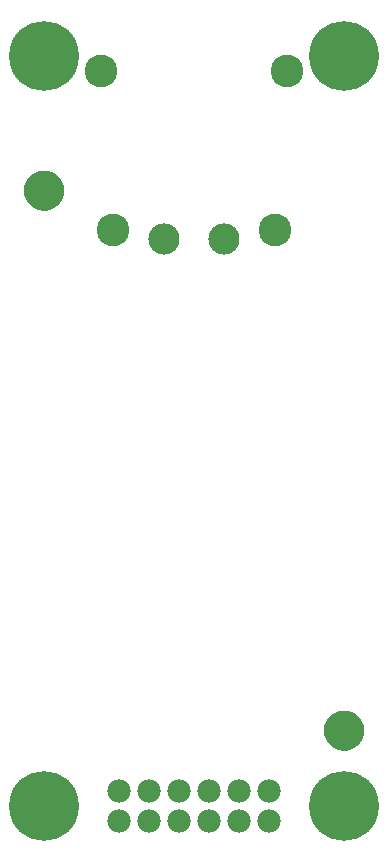
<source format=gbr>
G04 EAGLE Gerber RS-274X export*
G75*
%MOMM*%
%FSLAX34Y34*%
%LPD*%
%INGBS*%
%IPPOS*%
%AMOC8*
5,1,8,0,0,1.08239X$1,22.5*%
G01*
%ADD10C,2.768600*%
%ADD11C,5.901600*%
%ADD12C,1.209600*%
%ADD13C,1.981200*%
%ADD14C,1.200000*%
%ADD15C,1.101600*%
%ADD16C,2.641600*%


D10*
X68580Y170180D03*
X-68580Y170180D03*
X-78740Y304800D03*
X78740Y304800D03*
D11*
X127000Y317500D03*
D12*
X105000Y317500D03*
X149000Y317500D03*
X127000Y295500D03*
X127000Y339500D03*
X111500Y333000D03*
X142500Y333000D03*
X111500Y302000D03*
X142500Y302000D03*
D11*
X127000Y-317500D03*
D12*
X105000Y-317500D03*
X149000Y-317500D03*
X127000Y-339500D03*
X127000Y-295500D03*
X111500Y-302000D03*
X142500Y-302000D03*
X111500Y-333000D03*
X142500Y-333000D03*
D11*
X-127000Y-317500D03*
D12*
X-149000Y-317500D03*
X-105000Y-317500D03*
X-127000Y-339500D03*
X-127000Y-295500D03*
X-142500Y-302000D03*
X-111500Y-302000D03*
X-142500Y-333000D03*
X-111500Y-333000D03*
D11*
X-127000Y317500D03*
D12*
X-149000Y317500D03*
X-105000Y317500D03*
X-127000Y295500D03*
X-127000Y339500D03*
X-142500Y333000D03*
X-111500Y333000D03*
X-142500Y302000D03*
X-111500Y302000D03*
D13*
X-63500Y-330200D03*
X-63500Y-304800D03*
X-38100Y-330200D03*
X-38100Y-304800D03*
X-12700Y-330200D03*
X-12700Y-304800D03*
X12700Y-330200D03*
X12700Y-304800D03*
X38100Y-330200D03*
X38100Y-304800D03*
X63500Y-330200D03*
X63500Y-304800D03*
D14*
X116000Y-254000D02*
X116003Y-253730D01*
X116013Y-253460D01*
X116030Y-253191D01*
X116053Y-252922D01*
X116083Y-252653D01*
X116119Y-252386D01*
X116162Y-252119D01*
X116211Y-251854D01*
X116267Y-251590D01*
X116330Y-251327D01*
X116398Y-251066D01*
X116474Y-250807D01*
X116555Y-250550D01*
X116643Y-250294D01*
X116737Y-250041D01*
X116837Y-249790D01*
X116944Y-249542D01*
X117056Y-249297D01*
X117175Y-249054D01*
X117299Y-248815D01*
X117429Y-248578D01*
X117565Y-248345D01*
X117707Y-248115D01*
X117854Y-247889D01*
X118007Y-247666D01*
X118165Y-247447D01*
X118328Y-247232D01*
X118497Y-247022D01*
X118671Y-246815D01*
X118850Y-246613D01*
X119033Y-246415D01*
X119222Y-246222D01*
X119415Y-246033D01*
X119613Y-245850D01*
X119815Y-245671D01*
X120022Y-245497D01*
X120232Y-245328D01*
X120447Y-245165D01*
X120666Y-245007D01*
X120889Y-244854D01*
X121115Y-244707D01*
X121345Y-244565D01*
X121578Y-244429D01*
X121815Y-244299D01*
X122054Y-244175D01*
X122297Y-244056D01*
X122542Y-243944D01*
X122790Y-243837D01*
X123041Y-243737D01*
X123294Y-243643D01*
X123550Y-243555D01*
X123807Y-243474D01*
X124066Y-243398D01*
X124327Y-243330D01*
X124590Y-243267D01*
X124854Y-243211D01*
X125119Y-243162D01*
X125386Y-243119D01*
X125653Y-243083D01*
X125922Y-243053D01*
X126191Y-243030D01*
X126460Y-243013D01*
X126730Y-243003D01*
X127000Y-243000D01*
X127270Y-243003D01*
X127540Y-243013D01*
X127809Y-243030D01*
X128078Y-243053D01*
X128347Y-243083D01*
X128614Y-243119D01*
X128881Y-243162D01*
X129146Y-243211D01*
X129410Y-243267D01*
X129673Y-243330D01*
X129934Y-243398D01*
X130193Y-243474D01*
X130450Y-243555D01*
X130706Y-243643D01*
X130959Y-243737D01*
X131210Y-243837D01*
X131458Y-243944D01*
X131703Y-244056D01*
X131946Y-244175D01*
X132185Y-244299D01*
X132422Y-244429D01*
X132655Y-244565D01*
X132885Y-244707D01*
X133111Y-244854D01*
X133334Y-245007D01*
X133553Y-245165D01*
X133768Y-245328D01*
X133978Y-245497D01*
X134185Y-245671D01*
X134387Y-245850D01*
X134585Y-246033D01*
X134778Y-246222D01*
X134967Y-246415D01*
X135150Y-246613D01*
X135329Y-246815D01*
X135503Y-247022D01*
X135672Y-247232D01*
X135835Y-247447D01*
X135993Y-247666D01*
X136146Y-247889D01*
X136293Y-248115D01*
X136435Y-248345D01*
X136571Y-248578D01*
X136701Y-248815D01*
X136825Y-249054D01*
X136944Y-249297D01*
X137056Y-249542D01*
X137163Y-249790D01*
X137263Y-250041D01*
X137357Y-250294D01*
X137445Y-250550D01*
X137526Y-250807D01*
X137602Y-251066D01*
X137670Y-251327D01*
X137733Y-251590D01*
X137789Y-251854D01*
X137838Y-252119D01*
X137881Y-252386D01*
X137917Y-252653D01*
X137947Y-252922D01*
X137970Y-253191D01*
X137987Y-253460D01*
X137997Y-253730D01*
X138000Y-254000D01*
X137997Y-254270D01*
X137987Y-254540D01*
X137970Y-254809D01*
X137947Y-255078D01*
X137917Y-255347D01*
X137881Y-255614D01*
X137838Y-255881D01*
X137789Y-256146D01*
X137733Y-256410D01*
X137670Y-256673D01*
X137602Y-256934D01*
X137526Y-257193D01*
X137445Y-257450D01*
X137357Y-257706D01*
X137263Y-257959D01*
X137163Y-258210D01*
X137056Y-258458D01*
X136944Y-258703D01*
X136825Y-258946D01*
X136701Y-259185D01*
X136571Y-259422D01*
X136435Y-259655D01*
X136293Y-259885D01*
X136146Y-260111D01*
X135993Y-260334D01*
X135835Y-260553D01*
X135672Y-260768D01*
X135503Y-260978D01*
X135329Y-261185D01*
X135150Y-261387D01*
X134967Y-261585D01*
X134778Y-261778D01*
X134585Y-261967D01*
X134387Y-262150D01*
X134185Y-262329D01*
X133978Y-262503D01*
X133768Y-262672D01*
X133553Y-262835D01*
X133334Y-262993D01*
X133111Y-263146D01*
X132885Y-263293D01*
X132655Y-263435D01*
X132422Y-263571D01*
X132185Y-263701D01*
X131946Y-263825D01*
X131703Y-263944D01*
X131458Y-264056D01*
X131210Y-264163D01*
X130959Y-264263D01*
X130706Y-264357D01*
X130450Y-264445D01*
X130193Y-264526D01*
X129934Y-264602D01*
X129673Y-264670D01*
X129410Y-264733D01*
X129146Y-264789D01*
X128881Y-264838D01*
X128614Y-264881D01*
X128347Y-264917D01*
X128078Y-264947D01*
X127809Y-264970D01*
X127540Y-264987D01*
X127270Y-264997D01*
X127000Y-265000D01*
X126730Y-264997D01*
X126460Y-264987D01*
X126191Y-264970D01*
X125922Y-264947D01*
X125653Y-264917D01*
X125386Y-264881D01*
X125119Y-264838D01*
X124854Y-264789D01*
X124590Y-264733D01*
X124327Y-264670D01*
X124066Y-264602D01*
X123807Y-264526D01*
X123550Y-264445D01*
X123294Y-264357D01*
X123041Y-264263D01*
X122790Y-264163D01*
X122542Y-264056D01*
X122297Y-263944D01*
X122054Y-263825D01*
X121815Y-263701D01*
X121578Y-263571D01*
X121345Y-263435D01*
X121115Y-263293D01*
X120889Y-263146D01*
X120666Y-262993D01*
X120447Y-262835D01*
X120232Y-262672D01*
X120022Y-262503D01*
X119815Y-262329D01*
X119613Y-262150D01*
X119415Y-261967D01*
X119222Y-261778D01*
X119033Y-261585D01*
X118850Y-261387D01*
X118671Y-261185D01*
X118497Y-260978D01*
X118328Y-260768D01*
X118165Y-260553D01*
X118007Y-260334D01*
X117854Y-260111D01*
X117707Y-259885D01*
X117565Y-259655D01*
X117429Y-259422D01*
X117299Y-259185D01*
X117175Y-258946D01*
X117056Y-258703D01*
X116944Y-258458D01*
X116837Y-258210D01*
X116737Y-257959D01*
X116643Y-257706D01*
X116555Y-257450D01*
X116474Y-257193D01*
X116398Y-256934D01*
X116330Y-256673D01*
X116267Y-256410D01*
X116211Y-256146D01*
X116162Y-255881D01*
X116119Y-255614D01*
X116083Y-255347D01*
X116053Y-255078D01*
X116030Y-254809D01*
X116013Y-254540D01*
X116003Y-254270D01*
X116000Y-254000D01*
D15*
X127000Y-254000D03*
D14*
X-138000Y203200D02*
X-137997Y203470D01*
X-137987Y203740D01*
X-137970Y204009D01*
X-137947Y204278D01*
X-137917Y204547D01*
X-137881Y204814D01*
X-137838Y205081D01*
X-137789Y205346D01*
X-137733Y205610D01*
X-137670Y205873D01*
X-137602Y206134D01*
X-137526Y206393D01*
X-137445Y206650D01*
X-137357Y206906D01*
X-137263Y207159D01*
X-137163Y207410D01*
X-137056Y207658D01*
X-136944Y207903D01*
X-136825Y208146D01*
X-136701Y208385D01*
X-136571Y208622D01*
X-136435Y208855D01*
X-136293Y209085D01*
X-136146Y209311D01*
X-135993Y209534D01*
X-135835Y209753D01*
X-135672Y209968D01*
X-135503Y210178D01*
X-135329Y210385D01*
X-135150Y210587D01*
X-134967Y210785D01*
X-134778Y210978D01*
X-134585Y211167D01*
X-134387Y211350D01*
X-134185Y211529D01*
X-133978Y211703D01*
X-133768Y211872D01*
X-133553Y212035D01*
X-133334Y212193D01*
X-133111Y212346D01*
X-132885Y212493D01*
X-132655Y212635D01*
X-132422Y212771D01*
X-132185Y212901D01*
X-131946Y213025D01*
X-131703Y213144D01*
X-131458Y213256D01*
X-131210Y213363D01*
X-130959Y213463D01*
X-130706Y213557D01*
X-130450Y213645D01*
X-130193Y213726D01*
X-129934Y213802D01*
X-129673Y213870D01*
X-129410Y213933D01*
X-129146Y213989D01*
X-128881Y214038D01*
X-128614Y214081D01*
X-128347Y214117D01*
X-128078Y214147D01*
X-127809Y214170D01*
X-127540Y214187D01*
X-127270Y214197D01*
X-127000Y214200D01*
X-126730Y214197D01*
X-126460Y214187D01*
X-126191Y214170D01*
X-125922Y214147D01*
X-125653Y214117D01*
X-125386Y214081D01*
X-125119Y214038D01*
X-124854Y213989D01*
X-124590Y213933D01*
X-124327Y213870D01*
X-124066Y213802D01*
X-123807Y213726D01*
X-123550Y213645D01*
X-123294Y213557D01*
X-123041Y213463D01*
X-122790Y213363D01*
X-122542Y213256D01*
X-122297Y213144D01*
X-122054Y213025D01*
X-121815Y212901D01*
X-121578Y212771D01*
X-121345Y212635D01*
X-121115Y212493D01*
X-120889Y212346D01*
X-120666Y212193D01*
X-120447Y212035D01*
X-120232Y211872D01*
X-120022Y211703D01*
X-119815Y211529D01*
X-119613Y211350D01*
X-119415Y211167D01*
X-119222Y210978D01*
X-119033Y210785D01*
X-118850Y210587D01*
X-118671Y210385D01*
X-118497Y210178D01*
X-118328Y209968D01*
X-118165Y209753D01*
X-118007Y209534D01*
X-117854Y209311D01*
X-117707Y209085D01*
X-117565Y208855D01*
X-117429Y208622D01*
X-117299Y208385D01*
X-117175Y208146D01*
X-117056Y207903D01*
X-116944Y207658D01*
X-116837Y207410D01*
X-116737Y207159D01*
X-116643Y206906D01*
X-116555Y206650D01*
X-116474Y206393D01*
X-116398Y206134D01*
X-116330Y205873D01*
X-116267Y205610D01*
X-116211Y205346D01*
X-116162Y205081D01*
X-116119Y204814D01*
X-116083Y204547D01*
X-116053Y204278D01*
X-116030Y204009D01*
X-116013Y203740D01*
X-116003Y203470D01*
X-116000Y203200D01*
X-116003Y202930D01*
X-116013Y202660D01*
X-116030Y202391D01*
X-116053Y202122D01*
X-116083Y201853D01*
X-116119Y201586D01*
X-116162Y201319D01*
X-116211Y201054D01*
X-116267Y200790D01*
X-116330Y200527D01*
X-116398Y200266D01*
X-116474Y200007D01*
X-116555Y199750D01*
X-116643Y199494D01*
X-116737Y199241D01*
X-116837Y198990D01*
X-116944Y198742D01*
X-117056Y198497D01*
X-117175Y198254D01*
X-117299Y198015D01*
X-117429Y197778D01*
X-117565Y197545D01*
X-117707Y197315D01*
X-117854Y197089D01*
X-118007Y196866D01*
X-118165Y196647D01*
X-118328Y196432D01*
X-118497Y196222D01*
X-118671Y196015D01*
X-118850Y195813D01*
X-119033Y195615D01*
X-119222Y195422D01*
X-119415Y195233D01*
X-119613Y195050D01*
X-119815Y194871D01*
X-120022Y194697D01*
X-120232Y194528D01*
X-120447Y194365D01*
X-120666Y194207D01*
X-120889Y194054D01*
X-121115Y193907D01*
X-121345Y193765D01*
X-121578Y193629D01*
X-121815Y193499D01*
X-122054Y193375D01*
X-122297Y193256D01*
X-122542Y193144D01*
X-122790Y193037D01*
X-123041Y192937D01*
X-123294Y192843D01*
X-123550Y192755D01*
X-123807Y192674D01*
X-124066Y192598D01*
X-124327Y192530D01*
X-124590Y192467D01*
X-124854Y192411D01*
X-125119Y192362D01*
X-125386Y192319D01*
X-125653Y192283D01*
X-125922Y192253D01*
X-126191Y192230D01*
X-126460Y192213D01*
X-126730Y192203D01*
X-127000Y192200D01*
X-127270Y192203D01*
X-127540Y192213D01*
X-127809Y192230D01*
X-128078Y192253D01*
X-128347Y192283D01*
X-128614Y192319D01*
X-128881Y192362D01*
X-129146Y192411D01*
X-129410Y192467D01*
X-129673Y192530D01*
X-129934Y192598D01*
X-130193Y192674D01*
X-130450Y192755D01*
X-130706Y192843D01*
X-130959Y192937D01*
X-131210Y193037D01*
X-131458Y193144D01*
X-131703Y193256D01*
X-131946Y193375D01*
X-132185Y193499D01*
X-132422Y193629D01*
X-132655Y193765D01*
X-132885Y193907D01*
X-133111Y194054D01*
X-133334Y194207D01*
X-133553Y194365D01*
X-133768Y194528D01*
X-133978Y194697D01*
X-134185Y194871D01*
X-134387Y195050D01*
X-134585Y195233D01*
X-134778Y195422D01*
X-134967Y195615D01*
X-135150Y195813D01*
X-135329Y196015D01*
X-135503Y196222D01*
X-135672Y196432D01*
X-135835Y196647D01*
X-135993Y196866D01*
X-136146Y197089D01*
X-136293Y197315D01*
X-136435Y197545D01*
X-136571Y197778D01*
X-136701Y198015D01*
X-136825Y198254D01*
X-136944Y198497D01*
X-137056Y198742D01*
X-137163Y198990D01*
X-137263Y199241D01*
X-137357Y199494D01*
X-137445Y199750D01*
X-137526Y200007D01*
X-137602Y200266D01*
X-137670Y200527D01*
X-137733Y200790D01*
X-137789Y201054D01*
X-137838Y201319D01*
X-137881Y201586D01*
X-137917Y201853D01*
X-137947Y202122D01*
X-137970Y202391D01*
X-137987Y202660D01*
X-137997Y202930D01*
X-138000Y203200D01*
D15*
X-127000Y203200D03*
D16*
X25400Y162560D03*
X-25400Y162560D03*
M02*

</source>
